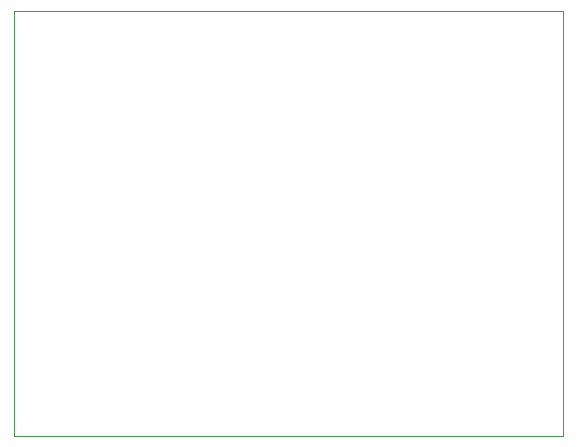
<source format=gm1>
G04 #@! TF.GenerationSoftware,KiCad,Pcbnew,8.0.6*
G04 #@! TF.CreationDate,2024-12-30T14:11:03+01:00*
G04 #@! TF.ProjectId,UselessBox,5573656c-6573-4734-926f-782e6b696361,rev?*
G04 #@! TF.SameCoordinates,Original*
G04 #@! TF.FileFunction,Profile,NP*
%FSLAX46Y46*%
G04 Gerber Fmt 4.6, Leading zero omitted, Abs format (unit mm)*
G04 Created by KiCad (PCBNEW 8.0.6) date 2024-12-30 14:11:03*
%MOMM*%
%LPD*%
G01*
G04 APERTURE LIST*
G04 #@! TA.AperFunction,Profile*
%ADD10C,0.050000*%
G04 #@! TD*
G04 APERTURE END LIST*
D10*
X176500000Y-96500000D02*
X130000000Y-96500000D01*
X176500000Y-60500000D02*
X176500000Y-96500000D01*
X130000000Y-60500000D02*
X176500000Y-60500000D01*
X130000000Y-96500000D02*
X130000000Y-60500000D01*
M02*

</source>
